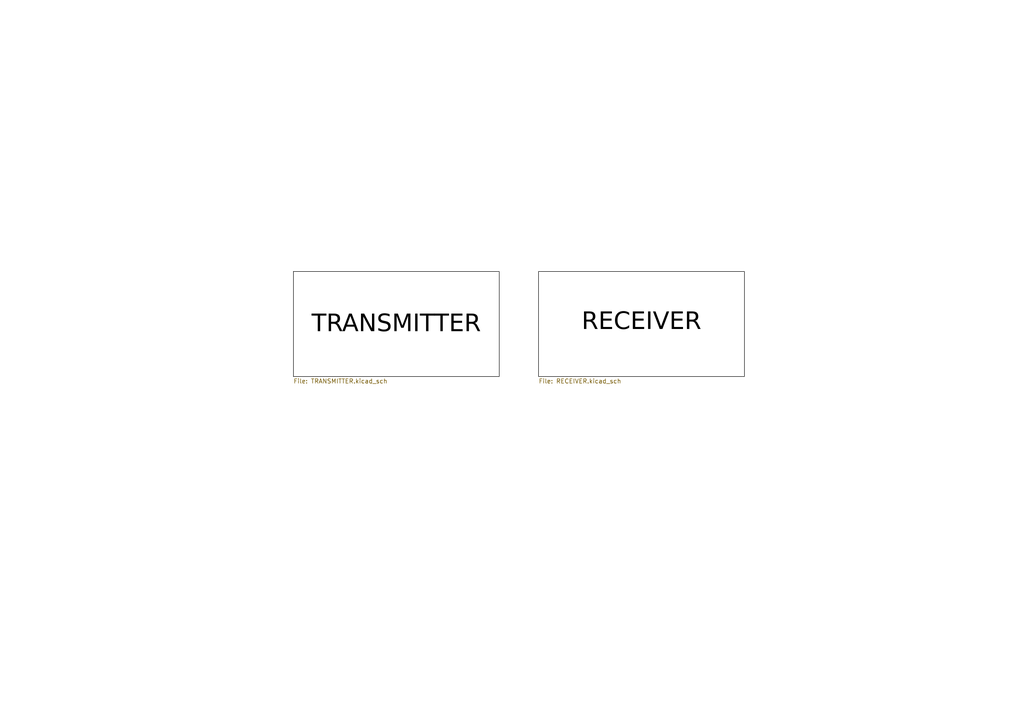
<source format=kicad_sch>
(kicad_sch
	(version 20250114)
	(generator "eeschema")
	(generator_version "9.0")
	(uuid "07d62ec6-6e59-42d0-a028-2e4cdf5deb8a")
	(paper "A4")
	(title_block
		(title "IR Remote")
		(date "2024-09-17")
		(rev "v.1.0.0")
		(company "X")
		(comment 1 "X")
		(comment 2 "X")
		(comment 3 "IR Remote, School Project ")
	)
	(lib_symbols)
	(sheet
		(at 85.09 78.74)
		(size 59.69 30.48)
		(exclude_from_sim no)
		(in_bom yes)
		(on_board yes)
		(dnp no)
		(stroke
			(width 0.1524)
			(type solid)
			(color 0 0 0 1)
		)
		(fill
			(color 255 255 255 1.0000)
		)
		(uuid "a4503051-c576-4a05-ab54-d863fe682058")
		(property "Sheetname" "TRANSMITTER"
			(at 114.935 93.98 0)
			(effects
				(font
					(face "Bahnschrift")
					(size 5 5)
					(color 0 0 0 1)
				)
			)
		)
		(property "Sheetfile" "TRANSMITTER.kicad_sch"
			(at 85.09 109.8046 0)
			(effects
				(font
					(size 1.27 1.27)
				)
				(justify left top)
			)
		)
		(instances
			(project "IR_Remote"
				(path "/07d62ec6-6e59-42d0-a028-2e4cdf5deb8a"
					(page "2")
				)
			)
		)
	)
	(sheet
		(at 156.21 78.74)
		(size 59.69 30.48)
		(exclude_from_sim no)
		(in_bom yes)
		(on_board yes)
		(dnp no)
		(stroke
			(width 0.1524)
			(type solid)
			(color 0 0 0 1)
		)
		(fill
			(color 255 255 255 1.0000)
		)
		(uuid "bd9a698e-3647-431f-874d-96d20217cc21")
		(property "Sheetname" "RECEIVER"
			(at 186.055 93.345 0)
			(effects
				(font
					(face "Bahnschrift")
					(size 5 5)
					(color 0 0 0 1)
				)
			)
		)
		(property "Sheetfile" "RECEIVER.kicad_sch"
			(at 156.21 109.8046 0)
			(effects
				(font
					(size 1.27 1.27)
				)
				(justify left top)
			)
		)
		(instances
			(project "IR_Remote"
				(path "/07d62ec6-6e59-42d0-a028-2e4cdf5deb8a"
					(page "3")
				)
			)
		)
	)
	(sheet_instances
		(path "/"
			(page "1")
		)
	)
	(embedded_fonts no)
)

</source>
